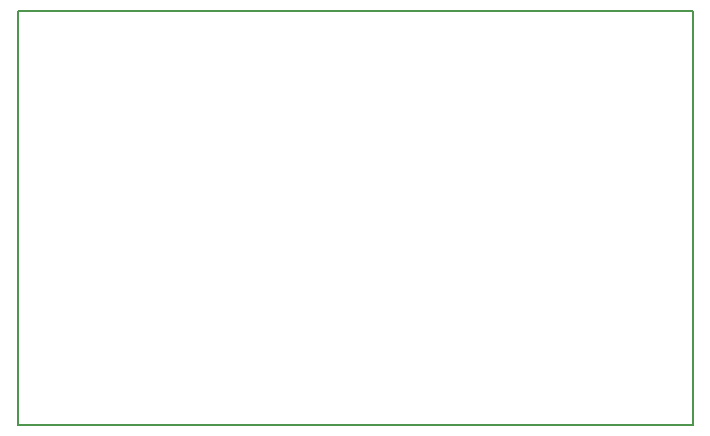
<source format=gbr>
G04 #@! TF.GenerationSoftware,KiCad,Pcbnew,7.0.9*
G04 #@! TF.CreationDate,2023-12-15T21:40:49-05:00*
G04 #@! TF.ProjectId,MainBoard,4d61696e-426f-4617-9264-2e6b69636164,rev?*
G04 #@! TF.SameCoordinates,Original*
G04 #@! TF.FileFunction,Profile,NP*
%FSLAX46Y46*%
G04 Gerber Fmt 4.6, Leading zero omitted, Abs format (unit mm)*
G04 Created by KiCad (PCBNEW 7.0.9) date 2023-12-15 21:40:49*
%MOMM*%
%LPD*%
G01*
G04 APERTURE LIST*
G04 #@! TA.AperFunction,Profile*
%ADD10C,0.150000*%
G04 #@! TD*
G04 APERTURE END LIST*
D10*
X63500000Y-79248000D02*
X63500000Y-114300000D01*
X120650000Y-79248000D02*
X63500000Y-79248000D01*
X120650000Y-114300000D02*
X120650000Y-79248000D01*
X63500000Y-114300000D02*
X120650000Y-114300000D01*
M02*

</source>
